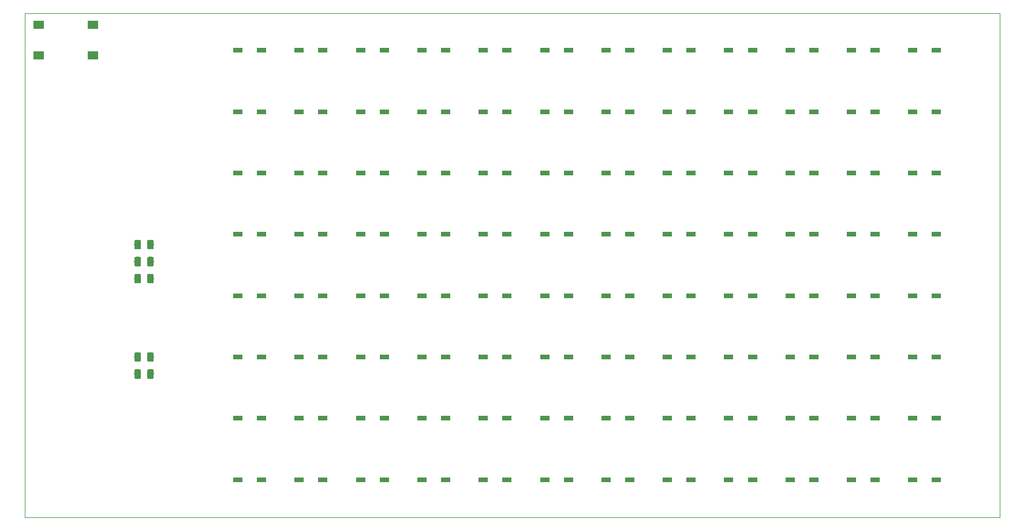
<source format=gbr>
G04 #@! TF.GenerationSoftware,KiCad,Pcbnew,(5.1.4)-1*
G04 #@! TF.CreationDate,2019-09-05T13:30:01+01:00*
G04 #@! TF.ProjectId,lpa96,6c706139-362e-46b6-9963-61645f706362,2.1*
G04 #@! TF.SameCoordinates,Original*
G04 #@! TF.FileFunction,Paste,Top*
G04 #@! TF.FilePolarity,Positive*
%FSLAX46Y46*%
G04 Gerber Fmt 4.6, Leading zero omitted, Abs format (unit mm)*
G04 Created by KiCad (PCBNEW (5.1.4)-1) date 2019-09-05 13:30:01*
%MOMM*%
%LPD*%
G04 APERTURE LIST*
%ADD10C,0.100000*%
%ADD11R,1.440000X0.750000*%
%ADD12R,1.550000X1.300000*%
%ADD13C,0.150000*%
%ADD14C,0.975000*%
G04 APERTURE END LIST*
D10*
X67000000Y-168500000D02*
X67000000Y-94500000D01*
X210000000Y-168500000D02*
X67000000Y-168500000D01*
X210000000Y-94500000D02*
X210000000Y-168500000D01*
X67000000Y-94500000D02*
X210000000Y-94500000D01*
D11*
X98260000Y-163000000D03*
X101740000Y-163000000D03*
X98260000Y-154000000D03*
X101740000Y-154000000D03*
X98260000Y-145000000D03*
X101740000Y-145000000D03*
X98260000Y-136000000D03*
X101740000Y-136000000D03*
X98260000Y-127000000D03*
X101740000Y-127000000D03*
X98260000Y-118000000D03*
X101740000Y-118000000D03*
X98260000Y-109000000D03*
X101740000Y-109000000D03*
X98260000Y-100000000D03*
X101740000Y-100000000D03*
X110740000Y-100000000D03*
X107260000Y-100000000D03*
X110740000Y-109000000D03*
X107260000Y-109000000D03*
X110740000Y-118000000D03*
X107260000Y-118000000D03*
X110740000Y-127000000D03*
X107260000Y-127000000D03*
X110740000Y-136000000D03*
X107260000Y-136000000D03*
X110740000Y-145000000D03*
X107260000Y-145000000D03*
X110740000Y-154000000D03*
X107260000Y-154000000D03*
X110740000Y-163000000D03*
X107260000Y-163000000D03*
X116260000Y-163000000D03*
X119740000Y-163000000D03*
X116260000Y-154000000D03*
X119740000Y-154000000D03*
X116260000Y-145000000D03*
X119740000Y-145000000D03*
X116260000Y-136000000D03*
X119740000Y-136000000D03*
X116260000Y-127000000D03*
X119740000Y-127000000D03*
X116260000Y-118000000D03*
X119740000Y-118000000D03*
X116260000Y-109000000D03*
X119740000Y-109000000D03*
X116260000Y-100000000D03*
X119740000Y-100000000D03*
X128740000Y-100000000D03*
X125260000Y-100000000D03*
X128740000Y-109000000D03*
X125260000Y-109000000D03*
X128740000Y-118000000D03*
X125260000Y-118000000D03*
X128740000Y-127000000D03*
X125260000Y-127000000D03*
X128740000Y-136000000D03*
X125260000Y-136000000D03*
X128740000Y-145000000D03*
X125260000Y-145000000D03*
X128740000Y-154000000D03*
X125260000Y-154000000D03*
X128740000Y-163000000D03*
X125260000Y-163000000D03*
X134260000Y-163000000D03*
X137740000Y-163000000D03*
X134260000Y-154000000D03*
X137740000Y-154000000D03*
X134260000Y-145000000D03*
X137740000Y-145000000D03*
X134260000Y-136000000D03*
X137740000Y-136000000D03*
X134260000Y-127000000D03*
X137740000Y-127000000D03*
X134260000Y-118000000D03*
X137740000Y-118000000D03*
X134260000Y-109000000D03*
X137740000Y-109000000D03*
X134260000Y-100000000D03*
X137740000Y-100000000D03*
X146740000Y-100000000D03*
X143260000Y-100000000D03*
X146740000Y-109000000D03*
X143260000Y-109000000D03*
X146740000Y-118000000D03*
X143260000Y-118000000D03*
X146740000Y-127000000D03*
X143260000Y-127000000D03*
X146740000Y-136000000D03*
X143260000Y-136000000D03*
X146740000Y-145000000D03*
X143260000Y-145000000D03*
X146740000Y-154000000D03*
X143260000Y-154000000D03*
X146740000Y-163000000D03*
X143260000Y-163000000D03*
X152260000Y-163000000D03*
X155740000Y-163000000D03*
X152260000Y-154000000D03*
X155740000Y-154000000D03*
X152260000Y-145000000D03*
X155740000Y-145000000D03*
X152260000Y-136000000D03*
X155740000Y-136000000D03*
X152260000Y-127000000D03*
X155740000Y-127000000D03*
X152260000Y-118000000D03*
X155740000Y-118000000D03*
X152260000Y-109000000D03*
X155740000Y-109000000D03*
X152260000Y-100000000D03*
X155740000Y-100000000D03*
X164740000Y-100000000D03*
X161260000Y-100000000D03*
X164740000Y-109000000D03*
X161260000Y-109000000D03*
X164740000Y-118000000D03*
X161260000Y-118000000D03*
X164740000Y-127000000D03*
X161260000Y-127000000D03*
X164740000Y-136000000D03*
X161260000Y-136000000D03*
X164740000Y-145000000D03*
X161260000Y-145000000D03*
X164740000Y-154000000D03*
X161260000Y-154000000D03*
X164740000Y-163000000D03*
X161260000Y-163000000D03*
X170260000Y-163000000D03*
X173740000Y-163000000D03*
X170260000Y-154000000D03*
X173740000Y-154000000D03*
X170260000Y-145000000D03*
X173740000Y-145000000D03*
X170260000Y-136000000D03*
X173740000Y-136000000D03*
X170260000Y-127000000D03*
X173740000Y-127000000D03*
X170260000Y-118000000D03*
X173740000Y-118000000D03*
X170260000Y-109000000D03*
X173740000Y-109000000D03*
X170260000Y-100000000D03*
X173740000Y-100000000D03*
X182740000Y-100000000D03*
X179260000Y-100000000D03*
X182740000Y-109000000D03*
X179260000Y-109000000D03*
X182740000Y-118000000D03*
X179260000Y-118000000D03*
X182740000Y-127000000D03*
X179260000Y-127000000D03*
X182740000Y-136000000D03*
X179260000Y-136000000D03*
X182740000Y-145000000D03*
X179260000Y-145000000D03*
X182740000Y-154000000D03*
X179260000Y-154000000D03*
X182740000Y-163000000D03*
X179260000Y-163000000D03*
X188260000Y-163000000D03*
X191740000Y-163000000D03*
X188260000Y-154000000D03*
X191740000Y-154000000D03*
X188260000Y-145000000D03*
X191740000Y-145000000D03*
X188260000Y-136000000D03*
X191740000Y-136000000D03*
X188260000Y-127000000D03*
X191740000Y-127000000D03*
X188260000Y-118000000D03*
X191740000Y-118000000D03*
X188260000Y-109000000D03*
X191740000Y-109000000D03*
X188260000Y-100000000D03*
X191740000Y-100000000D03*
X200740000Y-100000000D03*
X197260000Y-100000000D03*
X200740000Y-109000000D03*
X197260000Y-109000000D03*
X200740000Y-118000000D03*
X197260000Y-118000000D03*
X200740000Y-127000000D03*
X197260000Y-127000000D03*
X200740000Y-136000000D03*
X197260000Y-136000000D03*
X200740000Y-145000000D03*
X197260000Y-145000000D03*
X200740000Y-154000000D03*
X197260000Y-154000000D03*
X200740000Y-163000000D03*
X197260000Y-163000000D03*
D12*
X69025000Y-100750000D03*
X69025000Y-96250000D03*
X76975000Y-96250000D03*
X76975000Y-100750000D03*
D13*
G36*
X85705142Y-127801174D02*
G01*
X85728803Y-127804684D01*
X85752007Y-127810496D01*
X85774529Y-127818554D01*
X85796153Y-127828782D01*
X85816670Y-127841079D01*
X85835883Y-127855329D01*
X85853607Y-127871393D01*
X85869671Y-127889117D01*
X85883921Y-127908330D01*
X85896218Y-127928847D01*
X85906446Y-127950471D01*
X85914504Y-127972993D01*
X85920316Y-127996197D01*
X85923826Y-128019858D01*
X85925000Y-128043750D01*
X85925000Y-128956250D01*
X85923826Y-128980142D01*
X85920316Y-129003803D01*
X85914504Y-129027007D01*
X85906446Y-129049529D01*
X85896218Y-129071153D01*
X85883921Y-129091670D01*
X85869671Y-129110883D01*
X85853607Y-129128607D01*
X85835883Y-129144671D01*
X85816670Y-129158921D01*
X85796153Y-129171218D01*
X85774529Y-129181446D01*
X85752007Y-129189504D01*
X85728803Y-129195316D01*
X85705142Y-129198826D01*
X85681250Y-129200000D01*
X85193750Y-129200000D01*
X85169858Y-129198826D01*
X85146197Y-129195316D01*
X85122993Y-129189504D01*
X85100471Y-129181446D01*
X85078847Y-129171218D01*
X85058330Y-129158921D01*
X85039117Y-129144671D01*
X85021393Y-129128607D01*
X85005329Y-129110883D01*
X84991079Y-129091670D01*
X84978782Y-129071153D01*
X84968554Y-129049529D01*
X84960496Y-129027007D01*
X84954684Y-129003803D01*
X84951174Y-128980142D01*
X84950000Y-128956250D01*
X84950000Y-128043750D01*
X84951174Y-128019858D01*
X84954684Y-127996197D01*
X84960496Y-127972993D01*
X84968554Y-127950471D01*
X84978782Y-127928847D01*
X84991079Y-127908330D01*
X85005329Y-127889117D01*
X85021393Y-127871393D01*
X85039117Y-127855329D01*
X85058330Y-127841079D01*
X85078847Y-127828782D01*
X85100471Y-127818554D01*
X85122993Y-127810496D01*
X85146197Y-127804684D01*
X85169858Y-127801174D01*
X85193750Y-127800000D01*
X85681250Y-127800000D01*
X85705142Y-127801174D01*
X85705142Y-127801174D01*
G37*
D14*
X85437500Y-128500000D03*
D13*
G36*
X83830142Y-127801174D02*
G01*
X83853803Y-127804684D01*
X83877007Y-127810496D01*
X83899529Y-127818554D01*
X83921153Y-127828782D01*
X83941670Y-127841079D01*
X83960883Y-127855329D01*
X83978607Y-127871393D01*
X83994671Y-127889117D01*
X84008921Y-127908330D01*
X84021218Y-127928847D01*
X84031446Y-127950471D01*
X84039504Y-127972993D01*
X84045316Y-127996197D01*
X84048826Y-128019858D01*
X84050000Y-128043750D01*
X84050000Y-128956250D01*
X84048826Y-128980142D01*
X84045316Y-129003803D01*
X84039504Y-129027007D01*
X84031446Y-129049529D01*
X84021218Y-129071153D01*
X84008921Y-129091670D01*
X83994671Y-129110883D01*
X83978607Y-129128607D01*
X83960883Y-129144671D01*
X83941670Y-129158921D01*
X83921153Y-129171218D01*
X83899529Y-129181446D01*
X83877007Y-129189504D01*
X83853803Y-129195316D01*
X83830142Y-129198826D01*
X83806250Y-129200000D01*
X83318750Y-129200000D01*
X83294858Y-129198826D01*
X83271197Y-129195316D01*
X83247993Y-129189504D01*
X83225471Y-129181446D01*
X83203847Y-129171218D01*
X83183330Y-129158921D01*
X83164117Y-129144671D01*
X83146393Y-129128607D01*
X83130329Y-129110883D01*
X83116079Y-129091670D01*
X83103782Y-129071153D01*
X83093554Y-129049529D01*
X83085496Y-129027007D01*
X83079684Y-129003803D01*
X83076174Y-128980142D01*
X83075000Y-128956250D01*
X83075000Y-128043750D01*
X83076174Y-128019858D01*
X83079684Y-127996197D01*
X83085496Y-127972993D01*
X83093554Y-127950471D01*
X83103782Y-127928847D01*
X83116079Y-127908330D01*
X83130329Y-127889117D01*
X83146393Y-127871393D01*
X83164117Y-127855329D01*
X83183330Y-127841079D01*
X83203847Y-127828782D01*
X83225471Y-127818554D01*
X83247993Y-127810496D01*
X83271197Y-127804684D01*
X83294858Y-127801174D01*
X83318750Y-127800000D01*
X83806250Y-127800000D01*
X83830142Y-127801174D01*
X83830142Y-127801174D01*
G37*
D14*
X83562500Y-128500000D03*
D13*
G36*
X85705142Y-130301174D02*
G01*
X85728803Y-130304684D01*
X85752007Y-130310496D01*
X85774529Y-130318554D01*
X85796153Y-130328782D01*
X85816670Y-130341079D01*
X85835883Y-130355329D01*
X85853607Y-130371393D01*
X85869671Y-130389117D01*
X85883921Y-130408330D01*
X85896218Y-130428847D01*
X85906446Y-130450471D01*
X85914504Y-130472993D01*
X85920316Y-130496197D01*
X85923826Y-130519858D01*
X85925000Y-130543750D01*
X85925000Y-131456250D01*
X85923826Y-131480142D01*
X85920316Y-131503803D01*
X85914504Y-131527007D01*
X85906446Y-131549529D01*
X85896218Y-131571153D01*
X85883921Y-131591670D01*
X85869671Y-131610883D01*
X85853607Y-131628607D01*
X85835883Y-131644671D01*
X85816670Y-131658921D01*
X85796153Y-131671218D01*
X85774529Y-131681446D01*
X85752007Y-131689504D01*
X85728803Y-131695316D01*
X85705142Y-131698826D01*
X85681250Y-131700000D01*
X85193750Y-131700000D01*
X85169858Y-131698826D01*
X85146197Y-131695316D01*
X85122993Y-131689504D01*
X85100471Y-131681446D01*
X85078847Y-131671218D01*
X85058330Y-131658921D01*
X85039117Y-131644671D01*
X85021393Y-131628607D01*
X85005329Y-131610883D01*
X84991079Y-131591670D01*
X84978782Y-131571153D01*
X84968554Y-131549529D01*
X84960496Y-131527007D01*
X84954684Y-131503803D01*
X84951174Y-131480142D01*
X84950000Y-131456250D01*
X84950000Y-130543750D01*
X84951174Y-130519858D01*
X84954684Y-130496197D01*
X84960496Y-130472993D01*
X84968554Y-130450471D01*
X84978782Y-130428847D01*
X84991079Y-130408330D01*
X85005329Y-130389117D01*
X85021393Y-130371393D01*
X85039117Y-130355329D01*
X85058330Y-130341079D01*
X85078847Y-130328782D01*
X85100471Y-130318554D01*
X85122993Y-130310496D01*
X85146197Y-130304684D01*
X85169858Y-130301174D01*
X85193750Y-130300000D01*
X85681250Y-130300000D01*
X85705142Y-130301174D01*
X85705142Y-130301174D01*
G37*
D14*
X85437500Y-131000000D03*
D13*
G36*
X83830142Y-130301174D02*
G01*
X83853803Y-130304684D01*
X83877007Y-130310496D01*
X83899529Y-130318554D01*
X83921153Y-130328782D01*
X83941670Y-130341079D01*
X83960883Y-130355329D01*
X83978607Y-130371393D01*
X83994671Y-130389117D01*
X84008921Y-130408330D01*
X84021218Y-130428847D01*
X84031446Y-130450471D01*
X84039504Y-130472993D01*
X84045316Y-130496197D01*
X84048826Y-130519858D01*
X84050000Y-130543750D01*
X84050000Y-131456250D01*
X84048826Y-131480142D01*
X84045316Y-131503803D01*
X84039504Y-131527007D01*
X84031446Y-131549529D01*
X84021218Y-131571153D01*
X84008921Y-131591670D01*
X83994671Y-131610883D01*
X83978607Y-131628607D01*
X83960883Y-131644671D01*
X83941670Y-131658921D01*
X83921153Y-131671218D01*
X83899529Y-131681446D01*
X83877007Y-131689504D01*
X83853803Y-131695316D01*
X83830142Y-131698826D01*
X83806250Y-131700000D01*
X83318750Y-131700000D01*
X83294858Y-131698826D01*
X83271197Y-131695316D01*
X83247993Y-131689504D01*
X83225471Y-131681446D01*
X83203847Y-131671218D01*
X83183330Y-131658921D01*
X83164117Y-131644671D01*
X83146393Y-131628607D01*
X83130329Y-131610883D01*
X83116079Y-131591670D01*
X83103782Y-131571153D01*
X83093554Y-131549529D01*
X83085496Y-131527007D01*
X83079684Y-131503803D01*
X83076174Y-131480142D01*
X83075000Y-131456250D01*
X83075000Y-130543750D01*
X83076174Y-130519858D01*
X83079684Y-130496197D01*
X83085496Y-130472993D01*
X83093554Y-130450471D01*
X83103782Y-130428847D01*
X83116079Y-130408330D01*
X83130329Y-130389117D01*
X83146393Y-130371393D01*
X83164117Y-130355329D01*
X83183330Y-130341079D01*
X83203847Y-130328782D01*
X83225471Y-130318554D01*
X83247993Y-130310496D01*
X83271197Y-130304684D01*
X83294858Y-130301174D01*
X83318750Y-130300000D01*
X83806250Y-130300000D01*
X83830142Y-130301174D01*
X83830142Y-130301174D01*
G37*
D14*
X83562500Y-131000000D03*
D13*
G36*
X85705142Y-132801174D02*
G01*
X85728803Y-132804684D01*
X85752007Y-132810496D01*
X85774529Y-132818554D01*
X85796153Y-132828782D01*
X85816670Y-132841079D01*
X85835883Y-132855329D01*
X85853607Y-132871393D01*
X85869671Y-132889117D01*
X85883921Y-132908330D01*
X85896218Y-132928847D01*
X85906446Y-132950471D01*
X85914504Y-132972993D01*
X85920316Y-132996197D01*
X85923826Y-133019858D01*
X85925000Y-133043750D01*
X85925000Y-133956250D01*
X85923826Y-133980142D01*
X85920316Y-134003803D01*
X85914504Y-134027007D01*
X85906446Y-134049529D01*
X85896218Y-134071153D01*
X85883921Y-134091670D01*
X85869671Y-134110883D01*
X85853607Y-134128607D01*
X85835883Y-134144671D01*
X85816670Y-134158921D01*
X85796153Y-134171218D01*
X85774529Y-134181446D01*
X85752007Y-134189504D01*
X85728803Y-134195316D01*
X85705142Y-134198826D01*
X85681250Y-134200000D01*
X85193750Y-134200000D01*
X85169858Y-134198826D01*
X85146197Y-134195316D01*
X85122993Y-134189504D01*
X85100471Y-134181446D01*
X85078847Y-134171218D01*
X85058330Y-134158921D01*
X85039117Y-134144671D01*
X85021393Y-134128607D01*
X85005329Y-134110883D01*
X84991079Y-134091670D01*
X84978782Y-134071153D01*
X84968554Y-134049529D01*
X84960496Y-134027007D01*
X84954684Y-134003803D01*
X84951174Y-133980142D01*
X84950000Y-133956250D01*
X84950000Y-133043750D01*
X84951174Y-133019858D01*
X84954684Y-132996197D01*
X84960496Y-132972993D01*
X84968554Y-132950471D01*
X84978782Y-132928847D01*
X84991079Y-132908330D01*
X85005329Y-132889117D01*
X85021393Y-132871393D01*
X85039117Y-132855329D01*
X85058330Y-132841079D01*
X85078847Y-132828782D01*
X85100471Y-132818554D01*
X85122993Y-132810496D01*
X85146197Y-132804684D01*
X85169858Y-132801174D01*
X85193750Y-132800000D01*
X85681250Y-132800000D01*
X85705142Y-132801174D01*
X85705142Y-132801174D01*
G37*
D14*
X85437500Y-133500000D03*
D13*
G36*
X83830142Y-132801174D02*
G01*
X83853803Y-132804684D01*
X83877007Y-132810496D01*
X83899529Y-132818554D01*
X83921153Y-132828782D01*
X83941670Y-132841079D01*
X83960883Y-132855329D01*
X83978607Y-132871393D01*
X83994671Y-132889117D01*
X84008921Y-132908330D01*
X84021218Y-132928847D01*
X84031446Y-132950471D01*
X84039504Y-132972993D01*
X84045316Y-132996197D01*
X84048826Y-133019858D01*
X84050000Y-133043750D01*
X84050000Y-133956250D01*
X84048826Y-133980142D01*
X84045316Y-134003803D01*
X84039504Y-134027007D01*
X84031446Y-134049529D01*
X84021218Y-134071153D01*
X84008921Y-134091670D01*
X83994671Y-134110883D01*
X83978607Y-134128607D01*
X83960883Y-134144671D01*
X83941670Y-134158921D01*
X83921153Y-134171218D01*
X83899529Y-134181446D01*
X83877007Y-134189504D01*
X83853803Y-134195316D01*
X83830142Y-134198826D01*
X83806250Y-134200000D01*
X83318750Y-134200000D01*
X83294858Y-134198826D01*
X83271197Y-134195316D01*
X83247993Y-134189504D01*
X83225471Y-134181446D01*
X83203847Y-134171218D01*
X83183330Y-134158921D01*
X83164117Y-134144671D01*
X83146393Y-134128607D01*
X83130329Y-134110883D01*
X83116079Y-134091670D01*
X83103782Y-134071153D01*
X83093554Y-134049529D01*
X83085496Y-134027007D01*
X83079684Y-134003803D01*
X83076174Y-133980142D01*
X83075000Y-133956250D01*
X83075000Y-133043750D01*
X83076174Y-133019858D01*
X83079684Y-132996197D01*
X83085496Y-132972993D01*
X83093554Y-132950471D01*
X83103782Y-132928847D01*
X83116079Y-132908330D01*
X83130329Y-132889117D01*
X83146393Y-132871393D01*
X83164117Y-132855329D01*
X83183330Y-132841079D01*
X83203847Y-132828782D01*
X83225471Y-132818554D01*
X83247993Y-132810496D01*
X83271197Y-132804684D01*
X83294858Y-132801174D01*
X83318750Y-132800000D01*
X83806250Y-132800000D01*
X83830142Y-132801174D01*
X83830142Y-132801174D01*
G37*
D14*
X83562500Y-133500000D03*
D13*
G36*
X85705142Y-144301174D02*
G01*
X85728803Y-144304684D01*
X85752007Y-144310496D01*
X85774529Y-144318554D01*
X85796153Y-144328782D01*
X85816670Y-144341079D01*
X85835883Y-144355329D01*
X85853607Y-144371393D01*
X85869671Y-144389117D01*
X85883921Y-144408330D01*
X85896218Y-144428847D01*
X85906446Y-144450471D01*
X85914504Y-144472993D01*
X85920316Y-144496197D01*
X85923826Y-144519858D01*
X85925000Y-144543750D01*
X85925000Y-145456250D01*
X85923826Y-145480142D01*
X85920316Y-145503803D01*
X85914504Y-145527007D01*
X85906446Y-145549529D01*
X85896218Y-145571153D01*
X85883921Y-145591670D01*
X85869671Y-145610883D01*
X85853607Y-145628607D01*
X85835883Y-145644671D01*
X85816670Y-145658921D01*
X85796153Y-145671218D01*
X85774529Y-145681446D01*
X85752007Y-145689504D01*
X85728803Y-145695316D01*
X85705142Y-145698826D01*
X85681250Y-145700000D01*
X85193750Y-145700000D01*
X85169858Y-145698826D01*
X85146197Y-145695316D01*
X85122993Y-145689504D01*
X85100471Y-145681446D01*
X85078847Y-145671218D01*
X85058330Y-145658921D01*
X85039117Y-145644671D01*
X85021393Y-145628607D01*
X85005329Y-145610883D01*
X84991079Y-145591670D01*
X84978782Y-145571153D01*
X84968554Y-145549529D01*
X84960496Y-145527007D01*
X84954684Y-145503803D01*
X84951174Y-145480142D01*
X84950000Y-145456250D01*
X84950000Y-144543750D01*
X84951174Y-144519858D01*
X84954684Y-144496197D01*
X84960496Y-144472993D01*
X84968554Y-144450471D01*
X84978782Y-144428847D01*
X84991079Y-144408330D01*
X85005329Y-144389117D01*
X85021393Y-144371393D01*
X85039117Y-144355329D01*
X85058330Y-144341079D01*
X85078847Y-144328782D01*
X85100471Y-144318554D01*
X85122993Y-144310496D01*
X85146197Y-144304684D01*
X85169858Y-144301174D01*
X85193750Y-144300000D01*
X85681250Y-144300000D01*
X85705142Y-144301174D01*
X85705142Y-144301174D01*
G37*
D14*
X85437500Y-145000000D03*
D13*
G36*
X83830142Y-144301174D02*
G01*
X83853803Y-144304684D01*
X83877007Y-144310496D01*
X83899529Y-144318554D01*
X83921153Y-144328782D01*
X83941670Y-144341079D01*
X83960883Y-144355329D01*
X83978607Y-144371393D01*
X83994671Y-144389117D01*
X84008921Y-144408330D01*
X84021218Y-144428847D01*
X84031446Y-144450471D01*
X84039504Y-144472993D01*
X84045316Y-144496197D01*
X84048826Y-144519858D01*
X84050000Y-144543750D01*
X84050000Y-145456250D01*
X84048826Y-145480142D01*
X84045316Y-145503803D01*
X84039504Y-145527007D01*
X84031446Y-145549529D01*
X84021218Y-145571153D01*
X84008921Y-145591670D01*
X83994671Y-145610883D01*
X83978607Y-145628607D01*
X83960883Y-145644671D01*
X83941670Y-145658921D01*
X83921153Y-145671218D01*
X83899529Y-145681446D01*
X83877007Y-145689504D01*
X83853803Y-145695316D01*
X83830142Y-145698826D01*
X83806250Y-145700000D01*
X83318750Y-145700000D01*
X83294858Y-145698826D01*
X83271197Y-145695316D01*
X83247993Y-145689504D01*
X83225471Y-145681446D01*
X83203847Y-145671218D01*
X83183330Y-145658921D01*
X83164117Y-145644671D01*
X83146393Y-145628607D01*
X83130329Y-145610883D01*
X83116079Y-145591670D01*
X83103782Y-145571153D01*
X83093554Y-145549529D01*
X83085496Y-145527007D01*
X83079684Y-145503803D01*
X83076174Y-145480142D01*
X83075000Y-145456250D01*
X83075000Y-144543750D01*
X83076174Y-144519858D01*
X83079684Y-144496197D01*
X83085496Y-144472993D01*
X83093554Y-144450471D01*
X83103782Y-144428847D01*
X83116079Y-144408330D01*
X83130329Y-144389117D01*
X83146393Y-144371393D01*
X83164117Y-144355329D01*
X83183330Y-144341079D01*
X83203847Y-144328782D01*
X83225471Y-144318554D01*
X83247993Y-144310496D01*
X83271197Y-144304684D01*
X83294858Y-144301174D01*
X83318750Y-144300000D01*
X83806250Y-144300000D01*
X83830142Y-144301174D01*
X83830142Y-144301174D01*
G37*
D14*
X83562500Y-145000000D03*
D13*
G36*
X85705142Y-146801174D02*
G01*
X85728803Y-146804684D01*
X85752007Y-146810496D01*
X85774529Y-146818554D01*
X85796153Y-146828782D01*
X85816670Y-146841079D01*
X85835883Y-146855329D01*
X85853607Y-146871393D01*
X85869671Y-146889117D01*
X85883921Y-146908330D01*
X85896218Y-146928847D01*
X85906446Y-146950471D01*
X85914504Y-146972993D01*
X85920316Y-146996197D01*
X85923826Y-147019858D01*
X85925000Y-147043750D01*
X85925000Y-147956250D01*
X85923826Y-147980142D01*
X85920316Y-148003803D01*
X85914504Y-148027007D01*
X85906446Y-148049529D01*
X85896218Y-148071153D01*
X85883921Y-148091670D01*
X85869671Y-148110883D01*
X85853607Y-148128607D01*
X85835883Y-148144671D01*
X85816670Y-148158921D01*
X85796153Y-148171218D01*
X85774529Y-148181446D01*
X85752007Y-148189504D01*
X85728803Y-148195316D01*
X85705142Y-148198826D01*
X85681250Y-148200000D01*
X85193750Y-148200000D01*
X85169858Y-148198826D01*
X85146197Y-148195316D01*
X85122993Y-148189504D01*
X85100471Y-148181446D01*
X85078847Y-148171218D01*
X85058330Y-148158921D01*
X85039117Y-148144671D01*
X85021393Y-148128607D01*
X85005329Y-148110883D01*
X84991079Y-148091670D01*
X84978782Y-148071153D01*
X84968554Y-148049529D01*
X84960496Y-148027007D01*
X84954684Y-148003803D01*
X84951174Y-147980142D01*
X84950000Y-147956250D01*
X84950000Y-147043750D01*
X84951174Y-147019858D01*
X84954684Y-146996197D01*
X84960496Y-146972993D01*
X84968554Y-146950471D01*
X84978782Y-146928847D01*
X84991079Y-146908330D01*
X85005329Y-146889117D01*
X85021393Y-146871393D01*
X85039117Y-146855329D01*
X85058330Y-146841079D01*
X85078847Y-146828782D01*
X85100471Y-146818554D01*
X85122993Y-146810496D01*
X85146197Y-146804684D01*
X85169858Y-146801174D01*
X85193750Y-146800000D01*
X85681250Y-146800000D01*
X85705142Y-146801174D01*
X85705142Y-146801174D01*
G37*
D14*
X85437500Y-147500000D03*
D13*
G36*
X83830142Y-146801174D02*
G01*
X83853803Y-146804684D01*
X83877007Y-146810496D01*
X83899529Y-146818554D01*
X83921153Y-146828782D01*
X83941670Y-146841079D01*
X83960883Y-146855329D01*
X83978607Y-146871393D01*
X83994671Y-146889117D01*
X84008921Y-146908330D01*
X84021218Y-146928847D01*
X84031446Y-146950471D01*
X84039504Y-146972993D01*
X84045316Y-146996197D01*
X84048826Y-147019858D01*
X84050000Y-147043750D01*
X84050000Y-147956250D01*
X84048826Y-147980142D01*
X84045316Y-148003803D01*
X84039504Y-148027007D01*
X84031446Y-148049529D01*
X84021218Y-148071153D01*
X84008921Y-148091670D01*
X83994671Y-148110883D01*
X83978607Y-148128607D01*
X83960883Y-148144671D01*
X83941670Y-148158921D01*
X83921153Y-148171218D01*
X83899529Y-148181446D01*
X83877007Y-148189504D01*
X83853803Y-148195316D01*
X83830142Y-148198826D01*
X83806250Y-148200000D01*
X83318750Y-148200000D01*
X83294858Y-148198826D01*
X83271197Y-148195316D01*
X83247993Y-148189504D01*
X83225471Y-148181446D01*
X83203847Y-148171218D01*
X83183330Y-148158921D01*
X83164117Y-148144671D01*
X83146393Y-148128607D01*
X83130329Y-148110883D01*
X83116079Y-148091670D01*
X83103782Y-148071153D01*
X83093554Y-148049529D01*
X83085496Y-148027007D01*
X83079684Y-148003803D01*
X83076174Y-147980142D01*
X83075000Y-147956250D01*
X83075000Y-147043750D01*
X83076174Y-147019858D01*
X83079684Y-146996197D01*
X83085496Y-146972993D01*
X83093554Y-146950471D01*
X83103782Y-146928847D01*
X83116079Y-146908330D01*
X83130329Y-146889117D01*
X83146393Y-146871393D01*
X83164117Y-146855329D01*
X83183330Y-146841079D01*
X83203847Y-146828782D01*
X83225471Y-146818554D01*
X83247993Y-146810496D01*
X83271197Y-146804684D01*
X83294858Y-146801174D01*
X83318750Y-146800000D01*
X83806250Y-146800000D01*
X83830142Y-146801174D01*
X83830142Y-146801174D01*
G37*
D14*
X83562500Y-147500000D03*
M02*

</source>
